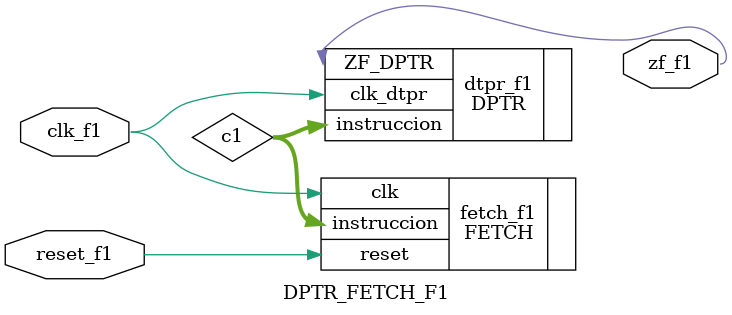
<source format=v>
module DPTR_FETCH_F1 (
	input clk_f1,
	input reset_f1,
	output zf_f1
);

wire [31:0] c1;

FETCH fetch_f1 (
	.clk(clk_f1),
	.reset(reset_f1),
	.instruccion(c1)
);

DPTR dtpr_f1(
	.clk_dtpr(clk_f1),
	.instruccion(c1),
	.ZF_DPTR(zf_f1)
);

endmodule
</source>
